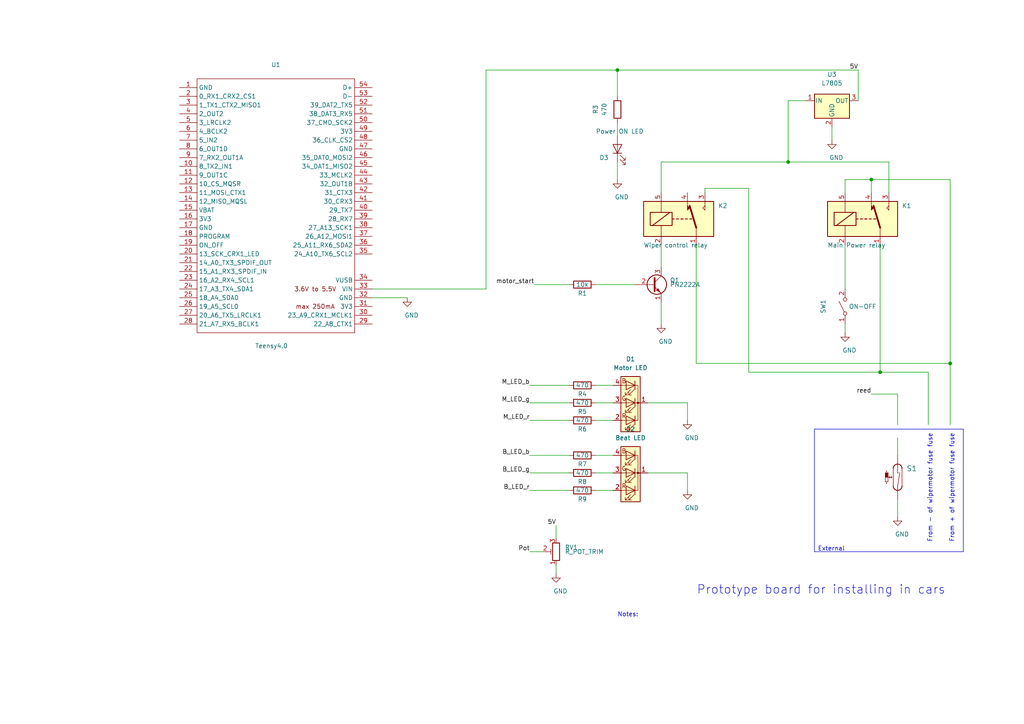
<source format=kicad_sch>
(kicad_sch (version 20200714) (host eeschema "5.99.0-unknown-a61ea1f~89~ubuntu20.04.1")
  (page 1 1)
  (paper "A4")
  (title_block (title "Prototype board") (date "2020-07-25"))
  (lib_symbols
    (symbol "Device:LED" (pin_numbers hide) (pin_names hide)
      (property "Reference" "D" (at 0 2.54 0))
      (property "Value" "LED" (at 0 -2.54 0))
      (symbol "LED_0_1"
        (polyline (pts (xy -1.27 -1.27) (xy -1.27 1.27)) (stroke (width 0.2032)))
        (polyline (pts (xy -1.27 0) (xy 1.27 0)))
        (polyline (pts (xy 1.27 -1.27) (xy 1.27 1.27) (xy -1.27 0) (xy 1.27 -1.27)) (stroke (width 0.2032)))
        (polyline (pts (xy -3.048 -0.762) (xy -4.572 -2.286) (xy -3.81 -2.286) (xy -4.572 -2.286) (xy -4.572 -1.524)))
        (polyline (pts (xy -1.778 -0.762) (xy -3.302 -2.286) (xy -2.54 -2.286) (xy -3.302 -2.286) (xy -3.302 -1.524)))
      )
      (symbol "LED_1_1"
        (pin passive line (at -3.81 0 0) (length 2.54) (name "K") (number "1"))
        (pin passive line (at 3.81 0 180) (length 2.54) (name "A") (number "2"))
      )
    )
    (symbol "Device:LED_CRGB" (pin_names (offset 0) hide)
      (property "Reference" "D" (at 0 9.398 0))
      (property "Value" "LED_CRGB" (at 0 -8.89 0))
      (symbol "LED_CRGB_0_1"
        (circle (center -2.159 0) (radius 0.254) (fill (type outline)))
        (rectangle (start 2.794 8.382) (end -2.794 -7.62) (stroke (width 0.254)) (fill (type background)))
        (polyline (pts (xy -1.27 -3.81) (xy -1.27 -6.35)) (stroke (width 0.2032)))
        (polyline (pts (xy -1.27 1.27) (xy -1.27 -1.27)) (stroke (width 0.2032)))
        (polyline (pts (xy -1.27 6.35) (xy -1.27 3.81)) (stroke (width 0.2032)))
        (polyline (pts (xy 1.27 -5.08) (xy 2.54 -5.08)))
        (polyline (pts (xy 1.27 0) (xy -2.54 0)))
        (polyline (pts (xy 1.27 0) (xy 2.54 0)))
        (polyline (pts (xy 1.27 5.08) (xy 2.54 5.08)))
        (polyline (pts (xy 1.27 -3.81) (xy 1.27 -6.35) (xy -1.27 -5.08) (xy 1.27 -3.81)) (stroke (width 0.2032)))
        (polyline (pts (xy 1.27 1.27) (xy 1.27 -1.27) (xy -1.27 0) (xy 1.27 1.27)) (stroke (width 0.2032)))
        (polyline (pts (xy 1.27 5.08) (xy -2.159 5.08) (xy -2.159 -5.08) (xy 1.27 -5.08)))
        (polyline (pts (xy 1.27 6.35) (xy 1.27 3.81) (xy -1.27 5.08) (xy 1.27 6.35)) (stroke (width 0.2032)))
        (polyline (pts (xy -1.016 -3.81) (xy 0.508 -2.286) (xy -0.254 -2.286) (xy 0.508 -2.286) (xy 0.508 -3.048)))
        (polyline (pts (xy -1.016 1.27) (xy 0.508 2.794) (xy -0.254 2.794) (xy 0.508 2.794) (xy 0.508 2.032)))
        (polyline (pts (xy -1.016 6.35) (xy 0.508 7.874) (xy -0.254 7.874) (xy 0.508 7.874) (xy 0.508 7.112)))
        (polyline (pts (xy 0 -3.81) (xy 1.524 -2.286) (xy 0.762 -2.286) (xy 1.524 -2.286) (xy 1.524 -3.048)))
        (polyline (pts (xy 0 1.27) (xy 1.524 2.794) (xy 0.762 2.794) (xy 1.524 2.794) (xy 1.524 2.032)))
        (polyline (pts (xy 0 6.35) (xy 1.524 7.874) (xy 0.762 7.874) (xy 1.524 7.874) (xy 1.524 7.112)))
      )
      (symbol "LED_CRGB_0_0"
        (text "B" (at 1.905 -6.35 0) (effects (font (size 1.27 1.27))))
        (text "G" (at 1.905 -1.27 0) (effects (font (size 1.27 1.27))))
        (text "R" (at 1.905 3.81 0) (effects (font (size 1.27 1.27))))
      )
      (symbol "LED_CRGB_1_1"
        (pin passive line (at -5.08 0 0) (length 2.54) (name "K") (number "1"))
        (pin passive line (at 5.08 5.08 180) (length 2.54) (name "RA") (number "2"))
        (pin passive line (at 5.08 0 180) (length 2.54) (name "GA") (number "3"))
        (pin passive line (at 5.08 -5.08 180) (length 2.54) (name "BA") (number "4"))
      )
    )
    (symbol "Device:R" (pin_numbers hide) (pin_names (offset 0))
      (property "Reference" "R" (at 2.032 0 90))
      (property "Value" "R" (at 0 0 90))
      (symbol "R_0_1"
        (rectangle (start -1.016 -2.54) (end 1.016 2.54) (stroke (width 0.254)))
      )
      (symbol "R_1_1"
        (pin passive line (at 0 3.81 270) (length 1.27) (name "~") (number "1"))
        (pin passive line (at 0 -3.81 90) (length 1.27) (name "~") (number "2"))
      )
    )
    (symbol "Device:R_POT_TRIM" (pin_names hide)
      (property "Reference" "RV" (at -4.445 0 90))
      (property "Value" "R_POT_TRIM" (at -2.54 0 90))
      (symbol "R_POT_TRIM_0_1"
        (rectangle (start 1.016 2.54) (end -1.016 -2.54) (stroke (width 0.254)))
        (polyline (pts (xy 1.524 0.762) (xy 1.524 -0.762)))
        (polyline (pts (xy 2.54 0) (xy 1.524 0)))
      )
      (symbol "R_POT_TRIM_1_1"
        (pin passive line (at 0 3.81 270) (length 1.27) (name "1") (number "1"))
        (pin passive line (at 3.81 0 180) (length 1.27) (name "2") (number "2"))
        (pin passive line (at 0 -3.81 90) (length 1.27) (name "3") (number "3"))
      )
    )
    (symbol "Regulator_Linear:L7805" (pin_names (offset 0.254))
      (property "Reference" "U" (at -3.81 3.175 0))
      (property "Value" "L7805" (at 0 3.175 0))
      (symbol "L7805_0_1"
        (rectangle (start -5.08 1.905) (end 5.08 -5.08) (stroke (width 0.254)) (fill (type background)))
      )
      (symbol "L7805_1_1"
        (pin power_in line (at -7.62 0 0) (length 2.54) (name "IN") (number "1"))
        (pin power_in line (at 0 -7.62 90) (length 2.54) (name "GND") (number "2"))
        (pin power_out line (at 7.62 0 180) (length 2.54) (name "OUT") (number "3"))
      )
    )
    (symbol "Relay:SANYOU_SRD_Form_C"
      (property "Reference" "K" (at 11.43 3.81 0))
      (property "Value" "SANYOU_SRD_Form_C" (at 11.43 1.27 0))
      (symbol "SANYOU_SRD_Form_C_0_1"
        (rectangle (start -10.16 5.08) (end 10.16 -5.08) (stroke (width 0.254)) (fill (type background)))
        (rectangle (start -8.255 1.905) (end -1.905 -1.905) (stroke (width 0.254)))
        (polyline (pts (xy -7.62 -1.905) (xy -2.54 1.905)) (stroke (width 0.254)))
        (polyline (pts (xy -5.08 -5.08) (xy -5.08 -1.905)))
        (polyline (pts (xy -5.08 5.08) (xy -5.08 1.905)))
        (polyline (pts (xy -1.905 0) (xy -1.27 0)) (stroke (width 0.254)))
        (polyline (pts (xy -0.635 0) (xy 0 0)) (stroke (width 0.254)))
        (polyline (pts (xy 0.635 0) (xy 1.27 0)) (stroke (width 0.254)))
        (polyline (pts (xy 0.635 0) (xy 1.27 0)) (stroke (width 0.254)))
        (polyline (pts (xy 1.905 0) (xy 2.54 0)) (stroke (width 0.254)))
        (polyline (pts (xy 3.175 0) (xy 3.81 0)) (stroke (width 0.254)))
        (polyline (pts (xy 5.08 -2.54) (xy 3.175 3.81)) (stroke (width 0.508)))
        (polyline (pts (xy 5.08 -2.54) (xy 5.08 -5.08)))
      )
      (symbol "SANYOU_SRD_Form_C_0_0"
        (polyline (pts (xy 2.54 3.81) (xy 2.54 5.08)))
        (polyline (pts (xy 7.62 3.81) (xy 7.62 5.08)))
        (polyline (pts (xy 7.62 3.81) (xy 7.62 2.54) (xy 6.985 3.175) (xy 7.62 3.81)))
      )
      (symbol "SANYOU_SRD_Form_C_1_1"
        (polyline (pts (xy 2.54 3.81) (xy 3.175 3.175) (xy 2.54 2.54) (xy 2.54 3.81)) (fill (type outline)))
        (pin passive line (at 5.08 -7.62 90) (length 2.54) (name "~") (number "1"))
        (pin passive line (at -5.08 -7.62 90) (length 2.54) (name "~") (number "2"))
        (pin passive line (at 7.62 7.62 270) (length 2.54) (name "~") (number "3"))
        (pin passive line (at 2.54 7.62 270) (length 2.54) (name "~") (number "4"))
        (pin passive line (at -5.08 7.62 270) (length 2.54) (name "~") (number "5"))
      )
    )
    (symbol "Switch:SW_SPST" (pin_names (offset 0) hide)
      (property "Reference" "SW" (at 0 3.175 0))
      (property "Value" "SW_SPST" (at 0 -2.54 0))
      (symbol "SW_SPST_0_0"
        (circle (center -2.032 0) (radius 0.508))
        (circle (center 2.032 0) (radius 0.508))
        (polyline (pts (xy -1.524 0.254) (xy 1.524 1.778)))
      )
      (symbol "SW_SPST_1_1"
        (pin passive line (at -5.08 0 0) (length 2.54) (name "A") (number "1"))
        (pin passive line (at 5.08 0 180) (length 2.54) (name "B") (number "2"))
      )
    )
    (symbol "Teensy4:Teensy4.0"
      (property "Reference" "U" (at 0 39.37 0))
      (property "Value" "Teensy4.0" (at 0 -39.37 0))
      (symbol "Teensy4.0_0_0"
        (text "3.6V to 5.5V" (at 11.43 -24.13 0) (effects (font (size 1.27 1.27))))
        (text "max 250mA" (at 11.43 -29.21 0) (effects (font (size 1.27 1.27))))
        (pin bidirectional line (at -27.94 11.43 0) (length 5.08) (name "8_TX2_IN1") (number "10"))
        (pin bidirectional line (at -27.94 8.89 0) (length 5.08) (name "9_OUT1C") (number "11"))
        (pin bidirectional line (at -27.94 6.35 0) (length 5.08) (name "10_CS_MQSR") (number "12"))
        (pin bidirectional line (at -27.94 3.81 0) (length 5.08) (name "11_MOSI_CTX1") (number "13"))
        (pin bidirectional line (at -27.94 1.27 0) (length 5.08) (name "12_MISO_MQSL") (number "14"))
        (pin power_in line (at -27.94 -1.27 0) (length 5.08) (name "VBAT") (number "15"))
        (pin power_in line (at -27.94 -3.81 0) (length 5.08) (name "3V3") (number "16"))
        (pin power_in line (at -27.94 -6.35 0) (length 5.08) (name "GND") (number "17"))
        (pin input line (at -27.94 -8.89 0) (length 5.08) (name "PROGRAM") (number "18"))
        (pin input line (at -27.94 -11.43 0) (length 5.08) (name "ON_OFF") (number "19"))
        (pin bidirectional line (at -27.94 -13.97 0) (length 5.08) (name "13_SCK_CRX1_LED") (number "20"))
        (pin bidirectional line (at -27.94 -16.51 0) (length 5.08) (name "14_A0_TX3_SPDIF_OUT") (number "21"))
        (pin bidirectional line (at -27.94 -19.05 0) (length 5.08) (name "15_A1_RX3_SPDIF_IN") (number "22"))
        (pin bidirectional line (at -27.94 -21.59 0) (length 5.08) (name "16_A2_RX4_SCL1") (number "23"))
        (pin bidirectional line (at -27.94 -24.13 0) (length 5.08) (name "17_A3_TX4_SDA1") (number "24"))
        (pin bidirectional line (at -27.94 -26.67 0) (length 5.08) (name "18_A4_SDA0") (number "25"))
        (pin bidirectional line (at -27.94 -29.21 0) (length 5.08) (name "19_A5_SCL0") (number "26"))
        (pin bidirectional line (at -27.94 -31.75 0) (length 5.08) (name "20_A6_TX5_LRCLK1") (number "27"))
        (pin bidirectional line (at -27.94 -34.29 0) (length 5.08) (name "21_A7_RX5_BCLK1") (number "28"))
        (pin bidirectional line (at 27.94 -34.29 180) (length 5.08) (name "22_A8_CTX1") (number "29"))
        (pin bidirectional line (at 27.94 -31.75 180) (length 5.08) (name "23_A9_CRX1_MCLK1") (number "30"))
        (pin power_out line (at 27.94 -29.21 180) (length 5.08) (name "3V3") (number "31"))
        (pin power_in line (at 27.94 -26.67 180) (length 5.08) (name "GND") (number "32"))
        (pin power_in line (at 27.94 -24.13 180) (length 5.08) (name "VIN") (number "33"))
        (pin power_out line (at 27.94 -21.59 180) (length 5.08) (name "VUSB") (number "34"))
        (pin bidirectional line (at 27.94 -13.97 180) (length 5.08) (name "24_A10_TX6_SCL2") (number "35"))
        (pin bidirectional line (at 27.94 -11.43 180) (length 5.08) (name "25_A11_RX6_SDA2") (number "36"))
        (pin bidirectional line (at 27.94 -8.89 180) (length 5.08) (name "26_A12_MOSI1") (number "37"))
        (pin bidirectional line (at 27.94 -6.35 180) (length 5.08) (name "27_A13_SCK1") (number "38"))
        (pin bidirectional line (at 27.94 -3.81 180) (length 5.08) (name "28_RX7") (number "39"))
        (pin bidirectional line (at 27.94 -1.27 180) (length 5.08) (name "29_TX7") (number "40"))
        (pin bidirectional line (at 27.94 1.27 180) (length 5.08) (name "30_CRX3") (number "41"))
        (pin bidirectional line (at 27.94 3.81 180) (length 5.08) (name "31_CTX3") (number "42"))
        (pin bidirectional line (at 27.94 6.35 180) (length 5.08) (name "32_OUT1B") (number "43"))
        (pin bidirectional line (at 27.94 8.89 180) (length 5.08) (name "33_MCLK2") (number "44"))
        (pin bidirectional line (at 27.94 11.43 180) (length 5.08) (name "34_DAT1_MISO2") (number "45"))
        (pin bidirectional line (at 27.94 13.97 180) (length 5.08) (name "35_DAT0_MOSI2") (number "46"))
        (pin power_out line (at 27.94 16.51 180) (length 5.08) (name "GND") (number "47"))
        (pin bidirectional line (at 27.94 19.05 180) (length 5.08) (name "36_CLK_CS2") (number "48"))
        (pin power_out line (at 27.94 21.59 180) (length 5.08) (name "3V3") (number "49"))
        (pin bidirectional line (at -27.94 24.13 0) (length 5.08) (name "3_LRCLK2") (number "5"))
        (pin bidirectional line (at 27.94 24.13 180) (length 5.08) (name "37_CMD_SCK2") (number "50"))
        (pin bidirectional line (at 27.94 26.67 180) (length 5.08) (name "38_DAT3_RX5") (number "51"))
        (pin bidirectional line (at 27.94 29.21 180) (length 5.08) (name "39_DAT2_TX5") (number "52"))
        (pin bidirectional line (at 27.94 31.75 180) (length 5.08) (name "D-") (number "53"))
        (pin bidirectional line (at 27.94 34.29 180) (length 5.08) (name "D+") (number "54"))
        (pin bidirectional line (at -27.94 21.59 0) (length 5.08) (name "4_BCLK2") (number "6"))
        (pin bidirectional line (at -27.94 19.05 0) (length 5.08) (name "5_IN2") (number "7"))
        (pin bidirectional line (at -27.94 16.51 0) (length 5.08) (name "6_OUT1D") (number "8"))
        (pin bidirectional line (at -27.94 13.97 0) (length 5.08) (name "7_RX2_OUT1A") (number "9"))
      )
      (symbol "Teensy4.0_0_1"
        (rectangle (start -22.86 36.83) (end 22.86 -36.83))
        (rectangle (start -20.32 -31.75) (end -20.32 -31.75))
      )
      (symbol "Teensy4.0_1_1"
        (pin power_in line (at -27.94 34.29 0) (length 5.08) (name "GND") (number "1"))
        (pin bidirectional line (at -27.94 31.75 0) (length 5.08) (name "0_RX1_CRX2_CS1") (number "2"))
        (pin bidirectional line (at -27.94 29.21 0) (length 5.08) (name "1_TX1_CTX2_MISO1") (number "3"))
        (pin bidirectional line (at -27.94 26.67 0) (length 5.08) (name "2_OUT2") (number "4"))
      )
    )
    (symbol "Transistor_BJT:PN2222A" (pin_names (offset 0) hide)
      (property "Reference" "Q" (at 5.08 1.905 0))
      (property "Value" "PN2222A" (at 5.08 0 0))
      (symbol "PN2222A_0_1"
        (circle (center 1.27 0) (radius 2.8194) (stroke (width 0.254)))
        (polyline (pts (xy 0 0) (xy 0.635 0)))
        (polyline (pts (xy 2.54 -2.54) (xy 0.635 -0.635)))
        (polyline (pts (xy 2.54 2.54) (xy 0.635 0.635)))
        (polyline (pts (xy 0.635 1.905) (xy 0.635 -1.905) (xy 0.635 -1.905)) (stroke (width 0.508)))
        (polyline (pts (xy 2.413 -2.413) (xy 1.905 -1.905) (xy 1.905 -1.905)))
        (polyline (pts (xy 1.143 -1.651) (xy 1.651 -1.143) (xy 2.159 -2.159) (xy 1.143 -1.651) (xy 1.143 -1.651)) (fill (type outline)))
      )
      (symbol "PN2222A_1_1"
        (pin passive line (at 2.54 -5.08 90) (length 2.54) (name "E") (number "1"))
        (pin input line (at -5.08 0 0) (length 5.08) (name "B") (number "2"))
        (pin passive line (at 2.54 5.08 270) (length 2.54) (name "C") (number "3"))
      )
    )
    (symbol "import_from_eagle-rescue:REED-SWITCH-CT10-A2-bGeigieNanoKit_V1.1r5a-eagle-import"
      (property "Reference" "S" (at 2.54 2.54 0))
      (property "Value" "REED-SWITCH-CT10-A2-bGeigieNanoKit_V1.1r5a-eagle-import" (at 2.54 0 0))
      (symbol "REED-SWITCH-CT10-A2-bGeigieNanoKit_V1.1r5a-eagle-import_1_0"
        (arc (start -1.27 -1.27) (end 1.27 -1.27) (radius (at 0 -1.27) (length 1.27) (angles -179.9 -0.1)) (stroke (width 0.254)))
        (arc (start 1.27 3.81) (end -1.27 3.81) (radius (at 0 3.81) (length 1.27) (angles 0.1 179.9)) (stroke (width 0.254)))
        (text "N" (at -3.429 2.794 0) (effects (font (size 0.3302 0.3302)) (justify left bottom)))
        (text "S" (at -3.429 -0.635 0) (effects (font (size 0.3302 0.3302)) (justify left bottom)))
        (rectangle (start -3.556 1.27) (end -2.794 2.54) (fill (type outline)))
        (polyline (pts (xy -3.556 0) (xy -3.556 2.54)))
        (polyline (pts (xy -3.556 2.54) (xy -2.794 2.54)))
        (polyline (pts (xy -2.794 0) (xy -3.556 0)))
        (polyline (pts (xy -2.794 2.54) (xy -2.794 0)))
        (polyline (pts (xy -2.54 1.27) (xy -1.651 1.27)))
        (polyline (pts (xy -2.286 1.016) (xy -2.54 1.27)))
        (polyline (pts (xy -2.286 1.524) (xy -2.54 1.27)))
        (polyline (pts (xy -1.651 1.27) (xy -1.905 1.016)))
        (polyline (pts (xy -1.651 1.27) (xy -1.905 1.524)))
        (polyline (pts (xy -1.27 3.81) (xy -1.27 -1.27)))
        (polyline (pts (xy 0 -2.54) (xy 0 -1.27)))
        (polyline (pts (xy 0 -1.27) (xy 0.635 2.667)))
        (polyline (pts (xy 0 2.54) (xy 0 5.08)))
        (polyline (pts (xy 0.254 2.54) (xy 0 2.54)))
        (polyline (pts (xy 1.27 -1.27) (xy 1.27 3.81)))
        (pin passive line (at 0 7.62 270) (length 2.54) (name "1") (number "1"))
        (pin passive line (at 0 -5.08 90) (length 2.54) (name "2") (number "2"))
      )
    )
    (symbol "power:GND" (power) (pin_names (offset 0))
      (property "Value" "GND" (at 0 -3.81 0))
      (symbol "GND_0_1"
        (polyline (pts (xy 0 0) (xy 0 -1.27) (xy 1.27 -1.27) (xy 0 -2.54) (xy -1.27 -1.27) (xy 0 -1.27)))
      )
      (symbol "GND_1_1"
        (pin power_in line (at 0 0 270) (length 0) hide (name "GND") (number "1"))
      )
    )
  )
  (junction (at 179.07 20.32))
  (junction (at 228.6 46.99))
  (junction (at 252.73 52.07))
  (junction (at 255.27 107.95))
  (junction (at 275.59 105.41))
  (wire (pts (xy 107.95 83.82) (xy 140.97 83.82)))
  (wire (pts (xy 107.95 86.36) (xy 118.11 86.36)))
  (wire (pts (xy 140.97 20.32) (xy 179.07 20.32)))
  (wire (pts (xy 140.97 83.82) (xy 140.97 20.32)))
  (wire (pts (xy 153.67 160.02) (xy 157.48 160.02)))
  (wire (pts (xy 154.94 82.55) (xy 165.1 82.55)))
  (wire (pts (xy 161.29 152.4) (xy 161.29 156.21)))
  (wire (pts (xy 161.29 163.83) (xy 161.29 166.37)))
  (wire (pts (xy 165.1 111.76) (xy 153.67 111.76)))
  (wire (pts (xy 165.1 116.84) (xy 153.67 116.84)))
  (wire (pts (xy 165.1 121.92) (xy 153.67 121.92)))
  (wire (pts (xy 165.1 132.08) (xy 153.67 132.08)))
  (wire (pts (xy 165.1 137.16) (xy 153.67 137.16)))
  (wire (pts (xy 165.1 142.24) (xy 153.67 142.24)))
  (wire (pts (xy 172.72 82.55) (xy 184.15 82.55)))
  (wire (pts (xy 172.72 111.76) (xy 177.8 111.76)))
  (wire (pts (xy 172.72 116.84) (xy 177.8 116.84)))
  (wire (pts (xy 172.72 121.92) (xy 177.8 121.92)))
  (wire (pts (xy 172.72 132.08) (xy 177.8 132.08)))
  (wire (pts (xy 172.72 137.16) (xy 177.8 137.16)))
  (wire (pts (xy 172.72 142.24) (xy 177.8 142.24)))
  (wire (pts (xy 179.07 20.32) (xy 179.07 27.94)))
  (wire (pts (xy 179.07 20.32) (xy 248.92 20.32)))
  (wire (pts (xy 179.07 35.56) (xy 179.07 39.37)))
  (wire (pts (xy 179.07 46.99) (xy 179.07 52.07)))
  (wire (pts (xy 187.96 116.84) (xy 199.39 116.84)))
  (wire (pts (xy 187.96 137.16) (xy 199.39 137.16)))
  (wire (pts (xy 191.77 46.99) (xy 228.6 46.99)))
  (wire (pts (xy 191.77 55.88) (xy 191.77 46.99)))
  (wire (pts (xy 191.77 71.12) (xy 191.77 77.47)))
  (wire (pts (xy 191.77 87.63) (xy 191.77 93.98)))
  (wire (pts (xy 199.39 116.84) (xy 199.39 121.92)))
  (wire (pts (xy 199.39 137.16) (xy 199.39 142.24)))
  (wire (pts (xy 201.93 71.12) (xy 201.93 105.41)))
  (wire (pts (xy 201.93 105.41) (xy 275.59 105.41)))
  (wire (pts (xy 204.47 54.61) (xy 217.17 54.61)))
  (wire (pts (xy 204.47 55.88) (xy 204.47 54.61)))
  (wire (pts (xy 217.17 54.61) (xy 217.17 107.95)))
  (wire (pts (xy 217.17 107.95) (xy 255.27 107.95)))
  (wire (pts (xy 228.6 29.21) (xy 228.6 46.99)))
  (wire (pts (xy 228.6 46.99) (xy 257.81 46.99)))
  (wire (pts (xy 233.68 29.21) (xy 228.6 29.21)))
  (wire (pts (xy 241.3 36.83) (xy 241.3 40.64)))
  (wire (pts (xy 245.11 52.07) (xy 252.73 52.07)))
  (wire (pts (xy 245.11 55.88) (xy 245.11 52.07)))
  (wire (pts (xy 245.11 71.12) (xy 245.11 83.82)))
  (wire (pts (xy 245.11 93.98) (xy 245.11 96.52)))
  (wire (pts (xy 248.92 20.32) (xy 248.92 29.21)))
  (wire (pts (xy 252.73 52.07) (xy 252.73 55.88)))
  (wire (pts (xy 252.73 52.07) (xy 275.59 52.07)))
  (wire (pts (xy 252.73 114.3) (xy 260.35 114.3)))
  (wire (pts (xy 255.27 71.12) (xy 255.27 107.95)))
  (wire (pts (xy 255.27 107.95) (xy 269.24 107.95)))
  (wire (pts (xy 257.81 46.99) (xy 257.81 55.88)))
  (wire (pts (xy 260.35 123.19) (xy 260.35 114.3)))
  (wire (pts (xy 260.35 127) (xy 260.35 132.08)))
  (wire (pts (xy 260.35 144.78) (xy 260.35 149.86)))
  (wire (pts (xy 269.24 107.95) (xy 269.24 123.19)))
  (wire (pts (xy 275.59 52.07) (xy 275.59 105.41)))
  (wire (pts (xy 275.59 105.41) (xy 275.59 123.19)))
  (polyline (pts (xy 236.22 124.46) (xy 236.22 160.02)) (stroke (width 0) (type solid)))
  (polyline (pts (xy 236.22 124.46) (xy 279.4 124.46)) (stroke (width 0) (type solid)))
  (polyline (pts (xy 236.22 160.02) (xy 279.4 160.02)) (stroke (width 0) (type solid)))
  (polyline (pts (xy 279.4 160.02) (xy 279.4 124.46)) (stroke (width 0) (type solid)))
  (text "Notes:\n" (at 179.07 179.07 0) (effects (font (size 1.27 1.27)) (justify left bottom)))
  (text "External" (at 245.11 160.02 180) (effects (font (size 1.27 1.27)) (justify right bottom)))
  (text "From - of wipermotor fuse fuse" (at 270.51 125.73 270) (effects (font (size 1.27 1.27)) (justify right bottom)))
  (text "Prototype board for installing in cars" (at 274.2692 172.6184 180) (effects (font (size 2.5 2.5)) (justify right bottom)))
  (text "From + of wipermotor fuse fuse" (at 276.86 125.73 270) (effects (font (size 1.27 1.27)) (justify right bottom)))
  (label "M_LED_b" (at 153.67 111.76 180))
  (label "M_LED_g" (at 153.67 116.84 180))
  (label "M_LED_r" (at 153.67 121.92 180))
  (label "B_LED_b" (at 153.67 132.08 180))
  (label "B_LED_g" (at 153.67 137.16 180))
  (label "B_LED_r" (at 153.67 142.24 180))
  (label "Pot" (at 153.67 160.02 180))
  (label "motor_start" (at 154.94 82.55 180))
  (label "5V" (at 161.29 152.4 180))
  (label "5V" (at 248.92 20.32 180))
  (label "reed" (at 252.73 114.3 180))
  (symbol (lib_id "power:GND") (at 118.11 86.36 0) (unit 1)
    (property "Reference" "#PWR0109" (effects hide))
    (property "Value" "GND" (at 119.38 91.44 0))
  )
  (symbol (lib_id "power:GND") (at 161.29 166.37 0) (unit 1)
    (property "Reference" "#PWR0108" (effects hide))
    (property "Value" "GND" (at 162.56 171.45 0))
  )
  (symbol (lib_id "power:GND") (at 179.07 52.07 0) (unit 1)
    (property "Reference" "#PWR0105" (effects hide))
    (property "Value" "GND" (at 180.34 57.15 0))
  )
  (symbol (lib_id "power:GND") (at 191.77 93.98 0) (unit 1)
    (property "Reference" "#PWR0102" (effects hide))
    (property "Value" "GND" (at 193.04 99.06 0))
  )
  (symbol (lib_id "power:GND") (at 199.39 121.92 0) (unit 1)
    (property "Reference" "#PWR0107" (effects hide))
    (property "Value" "GND" (at 200.66 127 0))
  )
  (symbol (lib_id "power:GND") (at 199.39 142.24 0) (unit 1)
    (property "Reference" "#PWR0106" (effects hide))
    (property "Value" "GND" (at 200.66 147.32 0))
  )
  (symbol (lib_id "power:GND") (at 241.3 40.64 0) (unit 1)
    (property "Reference" "#PWR0101" (effects hide))
    (property "Value" "GND" (at 242.57 45.72 0))
  )
  (symbol (lib_id "power:GND") (at 245.11 96.52 0) (unit 1)
    (property "Reference" "#PWR0103" (effects hide))
    (property "Value" "GND" (at 246.38 101.6 0))
  )
  (symbol (lib_id "power:GND") (at 260.35 149.86 0) (unit 1)
    (property "Reference" "#PWR0104" (effects hide))
    (property "Value" "GND" (at 261.62 154.94 0))
  )
  (symbol (lib_id "Device:R") (at 168.91 82.55 90) (unit 1)
    (property "Reference" "R1" (at 168.91 85.09 90))
    (property "Value" "10k" (at 168.91 82.55 90))
    (property "Footprint" "Resistor_THT:R_Axial_DIN0207_L6.3mm_D2.5mm_P10.16mm_Horizontal" (effects hide))
  )
  (symbol (lib_id "Device:R") (at 168.91 111.76 90) (unit 1)
    (property "Reference" "R4" (at 168.91 114.3 90))
    (property "Value" "470" (at 168.91 111.76 90))
    (property "Footprint" "Resistor_THT:R_Axial_DIN0207_L6.3mm_D2.5mm_P10.16mm_Horizontal" (effects hide))
  )
  (symbol (lib_id "Device:R") (at 168.91 116.84 90) (unit 1)
    (property "Reference" "R5" (at 168.91 119.38 90))
    (property "Value" "470" (at 168.91 116.84 90))
    (property "Footprint" "Resistor_THT:R_Axial_DIN0207_L6.3mm_D2.5mm_P10.16mm_Horizontal" (effects hide))
  )
  (symbol (lib_id "Device:R") (at 168.91 121.92 90) (unit 1)
    (property "Reference" "R6" (at 168.91 124.46 90))
    (property "Value" "470" (at 168.91 121.92 90))
    (property "Footprint" "Resistor_THT:R_Axial_DIN0207_L6.3mm_D2.5mm_P10.16mm_Horizontal" (effects hide))
  )
  (symbol (lib_id "Device:R") (at 168.91 132.08 90) (unit 1)
    (property "Reference" "R7" (at 168.91 134.62 90))
    (property "Value" "470" (at 168.91 132.08 90))
    (property "Footprint" "Resistor_THT:R_Axial_DIN0207_L6.3mm_D2.5mm_P10.16mm_Horizontal" (effects hide))
  )
  (symbol (lib_id "Device:R") (at 168.91 137.16 90) (unit 1)
    (property "Reference" "R8" (at 168.91 139.7 90))
    (property "Value" "470" (at 168.91 137.16 90))
    (property "Footprint" "Resistor_THT:R_Axial_DIN0207_L6.3mm_D2.5mm_P10.16mm_Horizontal" (effects hide))
  )
  (symbol (lib_id "Device:R") (at 168.91 142.24 90) (unit 1)
    (property "Reference" "R9" (at 168.91 144.78 90))
    (property "Value" "470" (at 168.91 142.24 90))
    (property "Footprint" "Resistor_THT:R_Axial_DIN0207_L6.3mm_D2.5mm_P10.16mm_Horizontal" (effects hide))
  )
  (symbol (lib_id "Device:R") (at 179.07 31.75 180) (unit 1)
    (property "Reference" "R3" (at 172.72 31.75 90))
    (property "Value" "470" (at 175.26 31.75 90))
    (property "Footprint" "Resistor_THT:R_Axial_DIN0207_L6.3mm_D2.5mm_P10.16mm_Horizontal" (effects hide))
  )
  (symbol (lib_id "Device:LED") (at 179.07 43.18 90) (unit 1)
    (property "Reference" "D3" (at 176.53 45.72 90) (effects (justify left)))
    (property "Value" "Power ON LED" (at 186.69 38.1 90) (effects (justify left)))
    (property "Footprint" "LED_THT:LED_D5.0mm_Clear" (effects hide))
  )
  (symbol (lib_id "Switch:SW_SPST") (at 245.11 88.9 90) (unit 1)
    (property "Reference" "SW1" (at 238.76 88.9 0))
    (property "Value" "ON-OFF" (at 250.19 88.9 90))
  )
  (symbol (lib_id "Device:R_POT_TRIM") (at 161.29 160.02 180) (unit 1)
    (property "Reference" "RV1" (at 163.83 158.75 0) (effects (justify right)))
    (property "Value" "R_POT_TRIM" (at 163.83 160.02 0) (effects (justify right)))
    (property "Footprint" "Potentiometer_THT:Potentiometer_Piher_PT-10-V05_Vertical" (effects hide))
  )
  (symbol (lib_id "import_from_eagle-rescue:REED-SWITCH-CT10-A2-bGeigieNanoKit_V1.1r5a-eagle-import") (at 260.35 139.7 0) (unit 1)
    (property "Reference" "S1" (at 262.89 135.89 0) (effects (font (size 1.4986 1.4986)) (justify left)))
    (property "Value" "REED-SWITCH-CT10-A2-bGeigieNanoKit_V1.1r5a-eagle-import" (effects hide))
  )
  (symbol (lib_id "Transistor_BJT:PN2222A") (at 189.23 82.55 0) (unit 1)
    (property "Reference" "Q1" (at 194.31 81.28 0) (effects (justify left)))
    (property "Value" "PN2222A" (at 194.31 82.55 0) (effects (justify left)))
    (property "Footprint" "Package_TO_SOT_THT:TO-92_Inline" (effects hide))
    (property "Datasheet" "http://www.fairchildsemi.com/ds/PN/PN2222A.pdf" (effects hide))
  )
  (symbol (lib_id "Regulator_Linear:L7805") (at 241.3 29.21 0) (unit 1)
    (property "Reference" "U3" (at 241.3 21.59 0))
    (property "Value" "L7805" (at 241.3 24.13 0))
    (property "Footprint" "Package_TO_SOT_THT:TO-220-3_Horizontal_TabUp" (effects hide))
    (property "Datasheet" "http://www.st.com/content/ccc/resource/technical/document/datasheet/41/4f/b3/b0/12/d4/47/88/CD00000444.pdf/files/CD00000444.pdf/jcr:content/translations/en.CD00000444.pdf" (effects hide))
  )
  (symbol (lib_id "Device:LED_CRGB") (at 182.88 116.84 180) (unit 1)
    (property "Reference" "D1" (at 182.88 104.14 0))
    (property "Value" "Motor LED" (at 182.88 106.68 0))
    (property "Footprint" "LED_THT:LED_D5.0mm-4_RGB" (effects hide))
  )
  (symbol (lib_id "Device:LED_CRGB") (at 182.88 137.16 180) (unit 1)
    (property "Reference" "D2" (at 182.88 124.46 0))
    (property "Value" "Beat LED" (at 182.88 127 0))
    (property "Footprint" "LED_THT:LED_D5.0mm-4_RGB" (effects hide))
  )
  (symbol (lib_id "Relay:SANYOU_SRD_Form_C") (at 196.85 63.5 0) (unit 1)
    (property "Reference" "K2" (at 208.28 59.69 0) (effects (justify left)))
    (property "Value" "Wiper control relay" (at 186.69 71.12 0) (effects (justify left)))
    (property "Footprint" "Relay_THT:Relay_SPDT_SANYOU_SRD_Series_Form_C" (effects hide))
    (property "Datasheet" "http://www.sanyourelay.ca/public/products/pdf/SRD.pdf" (effects hide))
  )
  (symbol (lib_id "Relay:SANYOU_SRD_Form_C") (at 250.19 63.5 0) (unit 1)
    (property "Reference" "K1" (at 261.62 59.69 0) (effects (justify left)))
    (property "Value" "Main Power relay" (at 240.03 71.12 0) (effects (justify left)))
    (property "Footprint" "Relay_THT:Relay_SPDT_SANYOU_SRD_Series_Form_C" (effects hide))
    (property "Datasheet" "http://www.sanyourelay.ca/public/products/pdf/SRD.pdf" (effects hide))
  )
  (symbol (lib_id "Teensy4:Teensy4.0") (at 80.01 59.69 0) (unit 1)
    (property "Reference" "U1" (at 80.01 18.7768 0))
    (property "Value" "Teensy4.0" (at 78.74 100.33 0))
    (property "Footprint" "Teensy:Teensy40" (effects hide))
  )
)
</source>
